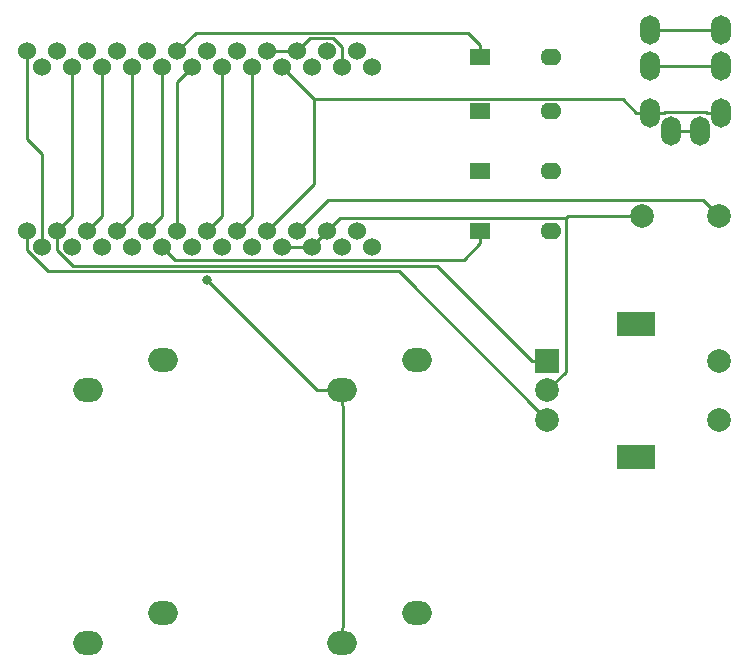
<source format=gbl>
G04 #@! TF.GenerationSoftware,KiCad,Pcbnew,5.1.5+dfsg1-2build2*
G04 #@! TF.CreationDate,2021-09-26T21:55:54+09:00*
G04 #@! TF.ProjectId,kbtest,6b627465-7374-42e6-9b69-6361645f7063,rev?*
G04 #@! TF.SameCoordinates,Original*
G04 #@! TF.FileFunction,Copper,L2,Bot*
G04 #@! TF.FilePolarity,Positive*
%FSLAX46Y46*%
G04 Gerber Fmt 4.6, Leading zero omitted, Abs format (unit mm)*
G04 Created by KiCad (PCBNEW 5.1.5+dfsg1-2build2) date 2021-09-26 21:55:54*
%MOMM*%
%LPD*%
G04 APERTURE LIST*
%ADD10R,1.778000X1.397000*%
%ADD11O,1.778000X1.397000*%
%ADD12O,1.700000X2.500000*%
%ADD13O,2.500000X2.000000*%
%ADD14C,2.000000*%
%ADD15R,3.200000X2.000000*%
%ADD16R,2.000000X2.000000*%
%ADD17C,1.524000*%
%ADD18C,0.800000*%
%ADD19C,0.250000*%
G04 APERTURE END LIST*
D10*
X70660000Y-44908500D03*
D11*
X76660000Y-44908500D03*
X76660000Y-54610000D03*
D10*
X70660000Y-54610000D03*
X70660000Y-49530000D03*
D11*
X76660000Y-49530000D03*
X76660000Y-59690000D03*
D10*
X70660000Y-59690000D03*
D12*
X85050000Y-49670000D03*
X89250000Y-51170000D03*
X85050000Y-42670000D03*
X85050000Y-45670000D03*
X91000000Y-42670000D03*
X91000000Y-45670000D03*
X91000000Y-49670000D03*
X86800000Y-51170000D03*
D13*
X37460000Y-73100000D03*
X43810000Y-70560000D03*
X43810000Y-92030000D03*
X37460000Y-94570000D03*
X58930000Y-73100000D03*
X65280000Y-70560000D03*
X65280000Y-92030000D03*
X58930000Y-94570000D03*
D14*
X90880000Y-58420000D03*
X84380000Y-58420000D03*
X90820000Y-75665000D03*
X90820000Y-70665000D03*
D15*
X83820000Y-78765000D03*
X83820000Y-67565000D03*
D14*
X76320000Y-75665000D03*
X76320000Y-73165000D03*
D16*
X76320000Y-70665000D03*
D17*
X61468000Y-45776400D03*
X58928000Y-45776400D03*
X56388000Y-45776400D03*
X53848000Y-45776400D03*
X51308000Y-45776400D03*
X48768000Y-45776400D03*
X46228000Y-45776400D03*
X43688000Y-45776400D03*
X41148000Y-45776400D03*
X38608000Y-45776400D03*
X36068000Y-45776400D03*
X33528000Y-45776400D03*
X33528000Y-60996400D03*
X36068000Y-60996400D03*
X38608000Y-60996400D03*
X41148000Y-60996400D03*
X43688000Y-60996400D03*
X46228000Y-60996400D03*
X48768000Y-60996400D03*
X51308000Y-60996400D03*
X53848000Y-60996400D03*
X56388000Y-60996400D03*
X58928000Y-60996400D03*
X61468000Y-60996400D03*
X60198000Y-44450000D03*
X57658000Y-44450000D03*
X55118000Y-44450000D03*
X52578000Y-44450000D03*
X50038000Y-44450000D03*
X47498000Y-44450000D03*
X44958000Y-44450000D03*
X42418000Y-44450000D03*
X39878000Y-44450000D03*
X37338000Y-44450000D03*
X34798000Y-44450000D03*
X32258000Y-44450000D03*
X32258000Y-59690000D03*
X34798000Y-59690000D03*
X37338000Y-59690000D03*
X39878000Y-59690000D03*
X42418000Y-59690000D03*
X44958000Y-59690000D03*
X47498000Y-59690000D03*
X50038000Y-59690000D03*
X52578000Y-59690000D03*
X55118000Y-59690000D03*
X57658000Y-59690000D03*
X60198000Y-59690000D03*
D18*
X47498000Y-63800200D03*
D19*
X70660000Y-44908500D02*
X70660000Y-43884700D01*
X44958000Y-44450000D02*
X46541000Y-42867000D01*
X46541000Y-42867000D02*
X69642300Y-42867000D01*
X69642300Y-42867000D02*
X70660000Y-43884700D01*
X70660000Y-59690000D02*
X70660000Y-60713800D01*
X43688000Y-60996400D02*
X44783100Y-62091500D01*
X44783100Y-62091500D02*
X69282300Y-62091500D01*
X69282300Y-62091500D02*
X70660000Y-60713800D01*
X56566300Y-48494700D02*
X82699400Y-48494700D01*
X82699400Y-48494700D02*
X83874700Y-49670000D01*
X53848000Y-45776400D02*
X56566300Y-48494700D01*
X52578000Y-59690000D02*
X56566300Y-55701700D01*
X56566300Y-55701700D02*
X56566300Y-48494700D01*
X85050000Y-49670000D02*
X83874700Y-49670000D01*
X85050000Y-49670000D02*
X86225300Y-49670000D01*
X91000000Y-49670000D02*
X89824700Y-49670000D01*
X89824700Y-49670000D02*
X89719300Y-49564600D01*
X89719300Y-49564600D02*
X86330700Y-49564600D01*
X86330700Y-49564600D02*
X86225300Y-49670000D01*
X86800000Y-51170000D02*
X89250000Y-51170000D01*
X91000000Y-42670000D02*
X85050000Y-42670000D01*
X57658000Y-59690000D02*
X58769300Y-58578700D01*
X58769300Y-58578700D02*
X77898100Y-58578700D01*
X77898100Y-58578700D02*
X77898100Y-71586900D01*
X77898100Y-71586900D02*
X76320000Y-73165000D01*
X84380000Y-58420000D02*
X78056800Y-58420000D01*
X78056800Y-58420000D02*
X77898100Y-58578700D01*
X55118000Y-44450000D02*
X52578000Y-44450000D01*
X58928000Y-45776400D02*
X58928000Y-44132900D01*
X58928000Y-44132900D02*
X58155700Y-43360600D01*
X58155700Y-43360600D02*
X56207400Y-43360600D01*
X56207400Y-43360600D02*
X55118000Y-44450000D01*
X56388000Y-60996400D02*
X56388000Y-60960000D01*
X56388000Y-60960000D02*
X57658000Y-59690000D01*
X91000000Y-45670000D02*
X85050000Y-45670000D01*
X56388000Y-60996400D02*
X53848000Y-60996400D01*
X51308000Y-45776400D02*
X51308000Y-58420000D01*
X51308000Y-58420000D02*
X50038000Y-59690000D01*
X58930000Y-94570000D02*
X58930000Y-93244700D01*
X58930000Y-73100000D02*
X58930000Y-74425300D01*
X58930000Y-74425300D02*
X58995900Y-74491200D01*
X58995900Y-74491200D02*
X58995900Y-93178800D01*
X58995900Y-93178800D02*
X58930000Y-93244700D01*
X47498000Y-63800200D02*
X56797800Y-73100000D01*
X56797800Y-73100000D02*
X58930000Y-73100000D01*
X48768000Y-45776400D02*
X48768000Y-58420000D01*
X48768000Y-58420000D02*
X47498000Y-59690000D01*
X55118000Y-59690000D02*
X57741800Y-57066200D01*
X57741800Y-57066200D02*
X89526200Y-57066200D01*
X89526200Y-57066200D02*
X90880000Y-58420000D01*
X32258000Y-59690000D02*
X32258000Y-61290500D01*
X32258000Y-61290500D02*
X34041600Y-63074100D01*
X34041600Y-63074100D02*
X63729100Y-63074100D01*
X63729100Y-63074100D02*
X76320000Y-75665000D01*
X76320000Y-70665000D02*
X74994700Y-70665000D01*
X74994700Y-70665000D02*
X66953400Y-62623700D01*
X66953400Y-62623700D02*
X36139900Y-62623700D01*
X36139900Y-62623700D02*
X34798000Y-61281800D01*
X34798000Y-61281800D02*
X34798000Y-59690000D01*
X36068000Y-45776400D02*
X36068000Y-58420000D01*
X36068000Y-58420000D02*
X34798000Y-59690000D01*
X44958000Y-59690000D02*
X44958000Y-47046400D01*
X44958000Y-47046400D02*
X46228000Y-45776400D01*
X43688000Y-45776400D02*
X43688000Y-58420000D01*
X43688000Y-58420000D02*
X42418000Y-59690000D01*
X41148000Y-45776400D02*
X41148000Y-58420000D01*
X41148000Y-58420000D02*
X39878000Y-59690000D01*
X38608000Y-45776400D02*
X38608000Y-58420000D01*
X38608000Y-58420000D02*
X37338000Y-59690000D01*
X32258000Y-44450000D02*
X32258000Y-51891900D01*
X32258000Y-51891900D02*
X33528000Y-53161900D01*
X33528000Y-53161900D02*
X33528000Y-60996400D01*
M02*

</source>
